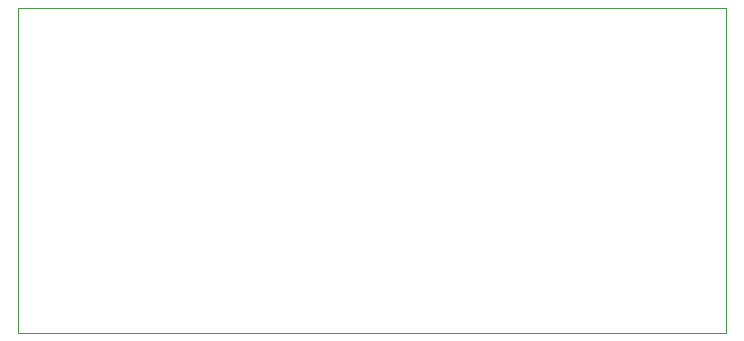
<source format=gbr>
%TF.GenerationSoftware,KiCad,Pcbnew,(6.0.5)*%
%TF.CreationDate,2022-09-09T17:06:15+01:00*%
%TF.ProjectId,ESC,4553432e-6b69-4636-9164-5f7063625858,rev?*%
%TF.SameCoordinates,Original*%
%TF.FileFunction,Profile,NP*%
%FSLAX46Y46*%
G04 Gerber Fmt 4.6, Leading zero omitted, Abs format (unit mm)*
G04 Created by KiCad (PCBNEW (6.0.5)) date 2022-09-09 17:06:15*
%MOMM*%
%LPD*%
G01*
G04 APERTURE LIST*
%TA.AperFunction,Profile*%
%ADD10C,0.010000*%
%TD*%
G04 APERTURE END LIST*
D10*
X137535800Y-92125800D02*
X197535800Y-92125800D01*
X197535800Y-92125800D02*
X197535800Y-119625800D01*
X197535800Y-119625800D02*
X137535800Y-119625800D01*
X137535800Y-119625800D02*
X137535800Y-92125800D01*
M02*

</source>
